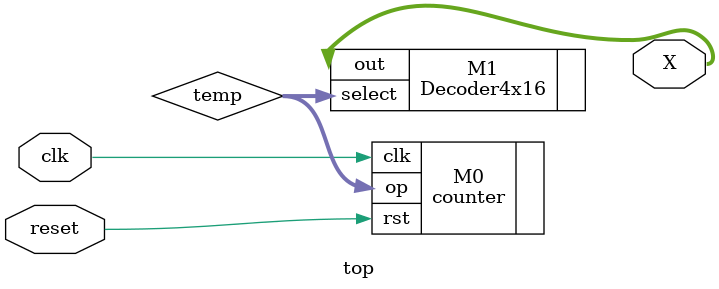
<source format=v>
`timescale 1ns / 1ps


module top(
    input clk,
    input reset,
 //   input [3:0] FINAL_VALUE,

//    output reg clk_div,
    output [15:0] X
    );
    wire [3:0] temp;
    
    counter M0 (
        .clk(clk),
        .rst(reset),
        .op(temp)
    );
    Decoder4x16 M1 (
        .select(temp),
        .out(X)
    );
    
    
endmodule

</source>
